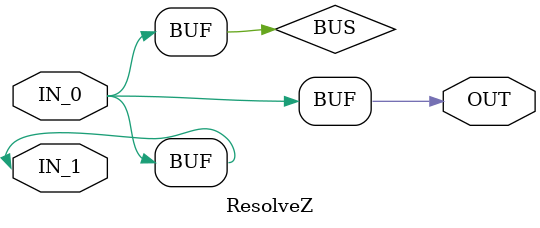
<source format=v>


// Permission is hereby granted, free of charge, to any person obtaining a copy
// of this software and associated documentation files (the "Software"), to deal
// in the Software without restriction, including without limitation the rights
// to use, copy, modify, merge, publish, distribute, sublicense, and/or sell
// copies of the Software, and to permit persons to whom the Software is
// furnished to do so, subject to the following conditions:

// The above copyright notice and this permission notice shall be included in
// all copies or substantial portions of the Software.

// THE SOFTWARE IS PROVIDED "AS IS", WITHOUT WARRANTY OF ANY KIND, EXPRESS OR
// IMPLIED, INCLUDING BUT NOT LIMITED TO THE WARRANTIES OF MERCHANTABILITY,
// FITNESS FOR A PARTICULAR PURPOSE AND NONINFRINGEMENT. IN NO EVENT SHALL THE
// AUTHORS OR COPYRIGHT HOLDERS BE LIABLE FOR ANY CLAIM, DAMAGES OR OTHER
// LIABILITY, WHETHER IN AN ACTION OF CONTRACT, TORT OR OTHERWISE, ARISING FROM,
// OUT OF OR IN CONNECTION WITH THE SOFTWARE OR THE USE OR OTHER DEALINGS IN
// THE SOFTWARE.
//
// $Revision: 24080 $
// $Date: 2011-05-18 19:32:52 +0000 (Wed, 18 May 2011) $

`ifdef BSV_ASSIGNMENT_DELAY
`else
`define BSV_ASSIGNMENT_DELAY
`endif

module ResolveZ( IN_0, IN_1, OUT);
   
   parameter width = 1;

   input [width - 1 : 0] IN_0;
   input [width - 1 : 0] IN_1;

   output [width - 1 : 0] OUT;

   tri [width - 1 : 0] 	BUS;
   
   assign BUS = IN_0 ;
   assign BUS = IN_1 ;
   assign OUT = BUS  ;   
   
endmodule



</source>
